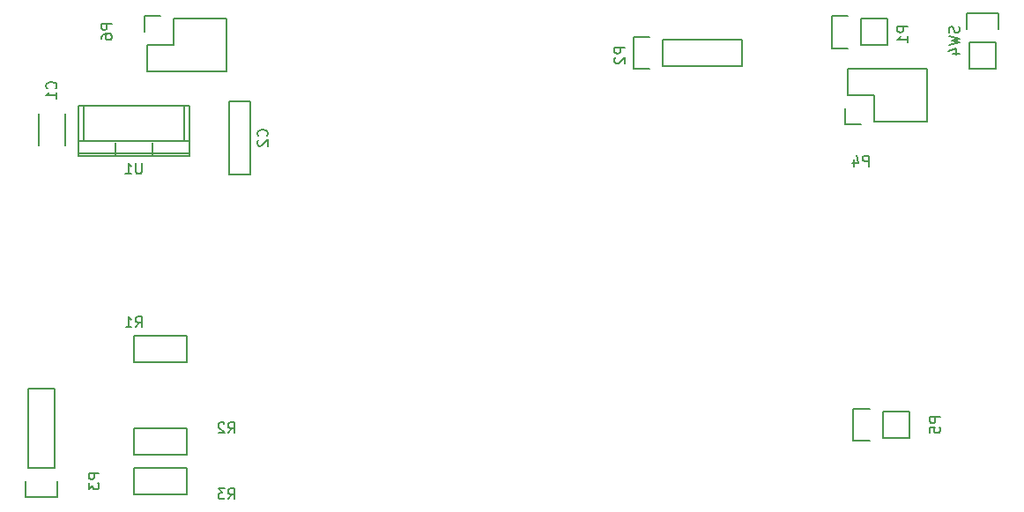
<source format=gbr>
G04 #@! TF.FileFunction,Legend,Bot*
%FSLAX46Y46*%
G04 Gerber Fmt 4.6, Leading zero omitted, Abs format (unit mm)*
G04 Created by KiCad (PCBNEW 4.0.4-stable) date 2017 July 07, Friday 12:30:10*
%MOMM*%
%LPD*%
G01*
G04 APERTURE LIST*
%ADD10C,0.100000*%
%ADD11C,0.150000*%
G04 APERTURE END LIST*
D10*
D11*
X31516000Y-142538000D02*
X31516000Y-145538000D01*
X34016000Y-145538000D02*
X34016000Y-142538000D01*
X51800000Y-148320000D02*
X51800000Y-141320000D01*
X51800000Y-141320000D02*
X49800000Y-141320000D01*
X49800000Y-141320000D02*
X49800000Y-148320000D01*
X49800000Y-148320000D02*
X51800000Y-148320000D01*
X116840000Y-143256000D02*
X111760000Y-143256000D01*
X108940000Y-143536000D02*
X110490000Y-143536000D01*
X109220000Y-140716000D02*
X111760000Y-140716000D01*
X111760000Y-140716000D02*
X111760000Y-143256000D01*
X116840000Y-143256000D02*
X116840000Y-138176000D01*
X116840000Y-138176000D02*
X111760000Y-138176000D01*
X108940000Y-143536000D02*
X108940000Y-141986000D01*
X109220000Y-138176000D02*
X109220000Y-140716000D01*
X111760000Y-138176000D02*
X109220000Y-138176000D01*
X112585500Y-173670000D02*
X115125500Y-173670000D01*
X109765500Y-173950000D02*
X111315500Y-173950000D01*
X112585500Y-173670000D02*
X112585500Y-171130000D01*
X111315500Y-170850000D02*
X109765500Y-170850000D01*
X109765500Y-170850000D02*
X109765500Y-173950000D01*
X112585500Y-171130000D02*
X115125500Y-171130000D01*
X115125500Y-171130000D02*
X115125500Y-173670000D01*
X44450000Y-133350000D02*
X49530000Y-133350000D01*
X41630000Y-133070000D02*
X41630000Y-134620000D01*
X41910000Y-135890000D02*
X44450000Y-135890000D01*
X44450000Y-135890000D02*
X44450000Y-133350000D01*
X49530000Y-133350000D02*
X49530000Y-138430000D01*
X49530000Y-138430000D02*
X44450000Y-138430000D01*
X41630000Y-133070000D02*
X43180000Y-133070000D01*
X41910000Y-138430000D02*
X41910000Y-135890000D01*
X44450000Y-138430000D02*
X41910000Y-138430000D01*
X40640000Y-166370000D02*
X45720000Y-166370000D01*
X45720000Y-166370000D02*
X45720000Y-163830000D01*
X45720000Y-163830000D02*
X40640000Y-163830000D01*
X40640000Y-163830000D02*
X40640000Y-166370000D01*
X45720000Y-172720000D02*
X40640000Y-172720000D01*
X40640000Y-172720000D02*
X40640000Y-175260000D01*
X40640000Y-175260000D02*
X45720000Y-175260000D01*
X45720000Y-175260000D02*
X45720000Y-172720000D01*
X45720000Y-176530000D02*
X40640000Y-176530000D01*
X40640000Y-176530000D02*
X40640000Y-179070000D01*
X40640000Y-179070000D02*
X45720000Y-179070000D01*
X45720000Y-179070000D02*
X45720000Y-176530000D01*
X45466000Y-145161000D02*
X45466000Y-141732000D01*
X35814000Y-145161000D02*
X35814000Y-141732000D01*
X45974000Y-146304000D02*
X35306000Y-146304000D01*
X42418000Y-145288000D02*
X42418000Y-146558000D01*
X38862000Y-145288000D02*
X38862000Y-146558000D01*
X35306000Y-145161000D02*
X45974000Y-145161000D01*
X45974000Y-141732000D02*
X35306000Y-141732000D01*
X35306000Y-146558000D02*
X35306000Y-141732000D01*
X45974000Y-146558000D02*
X45974000Y-141732000D01*
X45974000Y-146558000D02*
X35306000Y-146558000D01*
X110515400Y-135928100D02*
X113055400Y-135928100D01*
X107695400Y-136208100D02*
X109245400Y-136208100D01*
X110515400Y-135928100D02*
X110515400Y-133388100D01*
X109245400Y-133108100D02*
X107695400Y-133108100D01*
X107695400Y-133108100D02*
X107695400Y-136208100D01*
X110515400Y-133388100D02*
X113055400Y-133388100D01*
X113055400Y-133388100D02*
X113055400Y-135928100D01*
X120904000Y-135636000D02*
X120904000Y-138176000D01*
X120624000Y-132816000D02*
X120624000Y-134366000D01*
X120904000Y-135636000D02*
X123444000Y-135636000D01*
X123724000Y-134366000D02*
X123724000Y-132816000D01*
X123724000Y-132816000D02*
X120624000Y-132816000D01*
X123444000Y-135636000D02*
X123444000Y-138176000D01*
X123444000Y-138176000D02*
X120904000Y-138176000D01*
X33020000Y-176530000D02*
X33020000Y-168910000D01*
X30480000Y-176530000D02*
X30480000Y-168910000D01*
X30200000Y-179350000D02*
X30200000Y-177800000D01*
X33020000Y-168910000D02*
X30480000Y-168910000D01*
X30480000Y-176530000D02*
X33020000Y-176530000D01*
X33300000Y-177800000D02*
X33300000Y-179350000D01*
X33300000Y-179350000D02*
X30200000Y-179350000D01*
X91440000Y-135382000D02*
X99060000Y-135382000D01*
X91440000Y-137922000D02*
X99060000Y-137922000D01*
X88620000Y-138202000D02*
X90170000Y-138202000D01*
X99060000Y-135382000D02*
X99060000Y-137922000D01*
X91440000Y-137922000D02*
X91440000Y-135382000D01*
X90170000Y-135102000D02*
X88620000Y-135102000D01*
X88620000Y-135102000D02*
X88620000Y-138202000D01*
X33123143Y-140081334D02*
X33170762Y-140033715D01*
X33218381Y-139890858D01*
X33218381Y-139795620D01*
X33170762Y-139652762D01*
X33075524Y-139557524D01*
X32980286Y-139509905D01*
X32789810Y-139462286D01*
X32646952Y-139462286D01*
X32456476Y-139509905D01*
X32361238Y-139557524D01*
X32266000Y-139652762D01*
X32218381Y-139795620D01*
X32218381Y-139890858D01*
X32266000Y-140033715D01*
X32313619Y-140081334D01*
X33218381Y-141033715D02*
X33218381Y-140462286D01*
X33218381Y-140748000D02*
X32218381Y-140748000D01*
X32361238Y-140652762D01*
X32456476Y-140557524D01*
X32504095Y-140462286D01*
X53407143Y-144653334D02*
X53454762Y-144605715D01*
X53502381Y-144462858D01*
X53502381Y-144367620D01*
X53454762Y-144224762D01*
X53359524Y-144129524D01*
X53264286Y-144081905D01*
X53073810Y-144034286D01*
X52930952Y-144034286D01*
X52740476Y-144081905D01*
X52645238Y-144129524D01*
X52550000Y-144224762D01*
X52502381Y-144367620D01*
X52502381Y-144462858D01*
X52550000Y-144605715D01*
X52597619Y-144653334D01*
X52597619Y-145034286D02*
X52550000Y-145081905D01*
X52502381Y-145177143D01*
X52502381Y-145415239D01*
X52550000Y-145510477D01*
X52597619Y-145558096D01*
X52692857Y-145605715D01*
X52788095Y-145605715D01*
X52930952Y-145558096D01*
X53502381Y-144986667D01*
X53502381Y-145605715D01*
X111228095Y-147538381D02*
X111228095Y-146538381D01*
X110847142Y-146538381D01*
X110751904Y-146586000D01*
X110704285Y-146633619D01*
X110656666Y-146728857D01*
X110656666Y-146871714D01*
X110704285Y-146966952D01*
X110751904Y-147014571D01*
X110847142Y-147062190D01*
X111228095Y-147062190D01*
X109799523Y-146871714D02*
X109799523Y-147538381D01*
X110037619Y-146490762D02*
X110275714Y-147205048D01*
X109656666Y-147205048D01*
X118117881Y-171661905D02*
X117117881Y-171661905D01*
X117117881Y-172042858D01*
X117165500Y-172138096D01*
X117213119Y-172185715D01*
X117308357Y-172233334D01*
X117451214Y-172233334D01*
X117546452Y-172185715D01*
X117594071Y-172138096D01*
X117641690Y-172042858D01*
X117641690Y-171661905D01*
X117117881Y-173138096D02*
X117117881Y-172661905D01*
X117594071Y-172614286D01*
X117546452Y-172661905D01*
X117498833Y-172757143D01*
X117498833Y-172995239D01*
X117546452Y-173090477D01*
X117594071Y-173138096D01*
X117689310Y-173185715D01*
X117927405Y-173185715D01*
X118022643Y-173138096D01*
X118070262Y-173090477D01*
X118117881Y-172995239D01*
X118117881Y-172757143D01*
X118070262Y-172661905D01*
X118022643Y-172614286D01*
X38532381Y-133881905D02*
X37532381Y-133881905D01*
X37532381Y-134262858D01*
X37580000Y-134358096D01*
X37627619Y-134405715D01*
X37722857Y-134453334D01*
X37865714Y-134453334D01*
X37960952Y-134405715D01*
X38008571Y-134358096D01*
X38056190Y-134262858D01*
X38056190Y-133881905D01*
X37532381Y-135310477D02*
X37532381Y-135120000D01*
X37580000Y-135024762D01*
X37627619Y-134977143D01*
X37770476Y-134881905D01*
X37960952Y-134834286D01*
X38341905Y-134834286D01*
X38437143Y-134881905D01*
X38484762Y-134929524D01*
X38532381Y-135024762D01*
X38532381Y-135215239D01*
X38484762Y-135310477D01*
X38437143Y-135358096D01*
X38341905Y-135405715D01*
X38103810Y-135405715D01*
X38008571Y-135358096D01*
X37960952Y-135310477D01*
X37913333Y-135215239D01*
X37913333Y-135024762D01*
X37960952Y-134929524D01*
X38008571Y-134881905D01*
X38103810Y-134834286D01*
X40806666Y-163012381D02*
X41140000Y-162536190D01*
X41378095Y-163012381D02*
X41378095Y-162012381D01*
X40997142Y-162012381D01*
X40901904Y-162060000D01*
X40854285Y-162107619D01*
X40806666Y-162202857D01*
X40806666Y-162345714D01*
X40854285Y-162440952D01*
X40901904Y-162488571D01*
X40997142Y-162536190D01*
X41378095Y-162536190D01*
X39854285Y-163012381D02*
X40425714Y-163012381D01*
X40140000Y-163012381D02*
X40140000Y-162012381D01*
X40235238Y-162155238D01*
X40330476Y-162250476D01*
X40425714Y-162298095D01*
X49696666Y-173172381D02*
X50030000Y-172696190D01*
X50268095Y-173172381D02*
X50268095Y-172172381D01*
X49887142Y-172172381D01*
X49791904Y-172220000D01*
X49744285Y-172267619D01*
X49696666Y-172362857D01*
X49696666Y-172505714D01*
X49744285Y-172600952D01*
X49791904Y-172648571D01*
X49887142Y-172696190D01*
X50268095Y-172696190D01*
X49315714Y-172267619D02*
X49268095Y-172220000D01*
X49172857Y-172172381D01*
X48934761Y-172172381D01*
X48839523Y-172220000D01*
X48791904Y-172267619D01*
X48744285Y-172362857D01*
X48744285Y-172458095D01*
X48791904Y-172600952D01*
X49363333Y-173172381D01*
X48744285Y-173172381D01*
X49696666Y-179522381D02*
X50030000Y-179046190D01*
X50268095Y-179522381D02*
X50268095Y-178522381D01*
X49887142Y-178522381D01*
X49791904Y-178570000D01*
X49744285Y-178617619D01*
X49696666Y-178712857D01*
X49696666Y-178855714D01*
X49744285Y-178950952D01*
X49791904Y-178998571D01*
X49887142Y-179046190D01*
X50268095Y-179046190D01*
X49363333Y-178522381D02*
X48744285Y-178522381D01*
X49077619Y-178903333D01*
X48934761Y-178903333D01*
X48839523Y-178950952D01*
X48791904Y-178998571D01*
X48744285Y-179093810D01*
X48744285Y-179331905D01*
X48791904Y-179427143D01*
X48839523Y-179474762D01*
X48934761Y-179522381D01*
X49220476Y-179522381D01*
X49315714Y-179474762D01*
X49363333Y-179427143D01*
X41401905Y-147280381D02*
X41401905Y-148089905D01*
X41354286Y-148185143D01*
X41306667Y-148232762D01*
X41211429Y-148280381D01*
X41020952Y-148280381D01*
X40925714Y-148232762D01*
X40878095Y-148185143D01*
X40830476Y-148089905D01*
X40830476Y-147280381D01*
X39830476Y-148280381D02*
X40401905Y-148280381D01*
X40116191Y-148280381D02*
X40116191Y-147280381D01*
X40211429Y-147423238D01*
X40306667Y-147518476D01*
X40401905Y-147566095D01*
X115006381Y-134135905D02*
X114006381Y-134135905D01*
X114006381Y-134516858D01*
X114054000Y-134612096D01*
X114101619Y-134659715D01*
X114196857Y-134707334D01*
X114339714Y-134707334D01*
X114434952Y-134659715D01*
X114482571Y-134612096D01*
X114530190Y-134516858D01*
X114530190Y-134135905D01*
X115006381Y-135659715D02*
X115006381Y-135088286D01*
X115006381Y-135374000D02*
X114006381Y-135374000D01*
X114149238Y-135278762D01*
X114244476Y-135183524D01*
X114292095Y-135088286D01*
X119899062Y-134150267D02*
X119946681Y-134293124D01*
X119946681Y-134531220D01*
X119899062Y-134626458D01*
X119851443Y-134674077D01*
X119756205Y-134721696D01*
X119660967Y-134721696D01*
X119565729Y-134674077D01*
X119518110Y-134626458D01*
X119470490Y-134531220D01*
X119422871Y-134340743D01*
X119375252Y-134245505D01*
X119327633Y-134197886D01*
X119232395Y-134150267D01*
X119137157Y-134150267D01*
X119041919Y-134197886D01*
X118994300Y-134245505D01*
X118946681Y-134340743D01*
X118946681Y-134578839D01*
X118994300Y-134721696D01*
X118946681Y-135055029D02*
X119946681Y-135293124D01*
X119232395Y-135483601D01*
X119946681Y-135674077D01*
X118946681Y-135912172D01*
X119280014Y-136721696D02*
X119946681Y-136721696D01*
X118899062Y-136483600D02*
X119613348Y-136245505D01*
X119613348Y-136864553D01*
X37302381Y-177061905D02*
X36302381Y-177061905D01*
X36302381Y-177442858D01*
X36350000Y-177538096D01*
X36397619Y-177585715D01*
X36492857Y-177633334D01*
X36635714Y-177633334D01*
X36730952Y-177585715D01*
X36778571Y-177538096D01*
X36826190Y-177442858D01*
X36826190Y-177061905D01*
X36302381Y-177966667D02*
X36302381Y-178585715D01*
X36683333Y-178252381D01*
X36683333Y-178395239D01*
X36730952Y-178490477D01*
X36778571Y-178538096D01*
X36873810Y-178585715D01*
X37111905Y-178585715D01*
X37207143Y-178538096D01*
X37254762Y-178490477D01*
X37302381Y-178395239D01*
X37302381Y-178109524D01*
X37254762Y-178014286D01*
X37207143Y-177966667D01*
X87828381Y-136167905D02*
X86828381Y-136167905D01*
X86828381Y-136548858D01*
X86876000Y-136644096D01*
X86923619Y-136691715D01*
X87018857Y-136739334D01*
X87161714Y-136739334D01*
X87256952Y-136691715D01*
X87304571Y-136644096D01*
X87352190Y-136548858D01*
X87352190Y-136167905D01*
X86923619Y-137120286D02*
X86876000Y-137167905D01*
X86828381Y-137263143D01*
X86828381Y-137501239D01*
X86876000Y-137596477D01*
X86923619Y-137644096D01*
X87018857Y-137691715D01*
X87114095Y-137691715D01*
X87256952Y-137644096D01*
X87828381Y-137072667D01*
X87828381Y-137691715D01*
M02*

</source>
